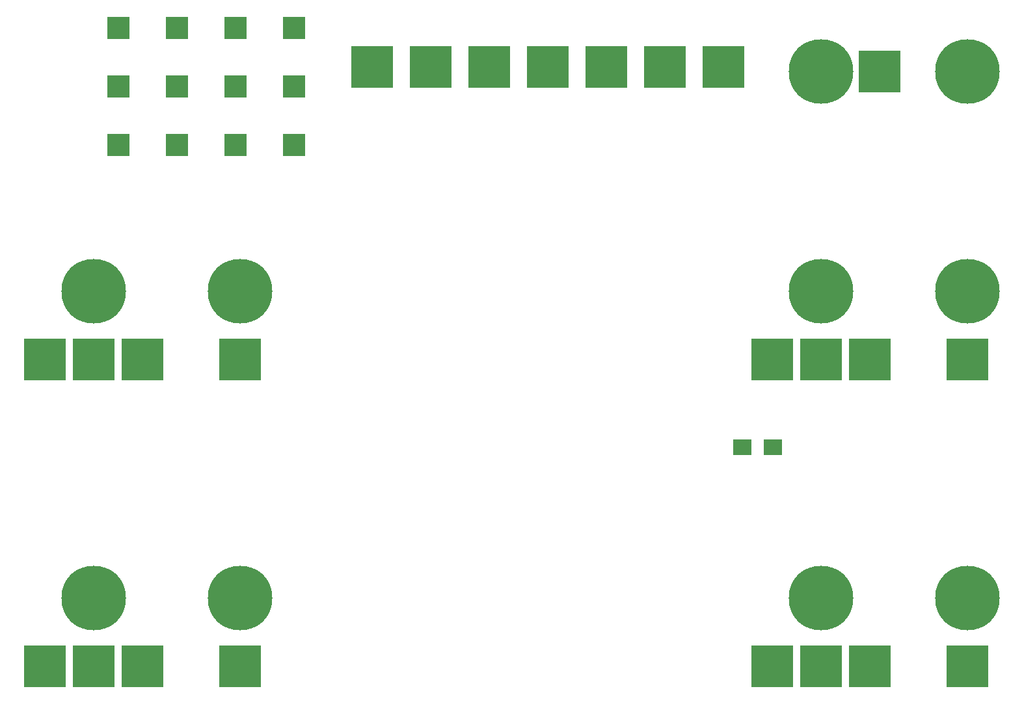
<source format=gbs>
G04 #@! TF.FileFunction,Soldermask,Bot*
%FSLAX46Y46*%
G04 Gerber Fmt 4.6, Leading zero omitted, Abs format (unit mm)*
G04 Created by KiCad (PCBNEW 4.0.7) date 03/24/20 22:25:04*
%MOMM*%
%LPD*%
G01*
G04 APERTURE LIST*
%ADD10C,0.100000*%
%ADD11R,2.900000X2.900000*%
%ADD12R,2.400000X2.100000*%
%ADD13R,5.400000X5.400000*%
%ADD14C,8.400000*%
G04 APERTURE END LIST*
D10*
D11*
X163703000Y-38989000D03*
X171323000Y-38989000D03*
X148463000Y-31369000D03*
X163703000Y-31369000D03*
X156083000Y-38989000D03*
X148463000Y-38989000D03*
X156083000Y-46609000D03*
D12*
X229648000Y-85979000D03*
X233648000Y-85979000D03*
D11*
X171323000Y-31369000D03*
X156083000Y-31369000D03*
X171323000Y-46609000D03*
X163703000Y-46609000D03*
X148463000Y-46609000D03*
D13*
X181483000Y-36449000D03*
X189103000Y-36449000D03*
X204343000Y-36449000D03*
X227203000Y-36449000D03*
X211963000Y-36449000D03*
X196723000Y-36449000D03*
X233553000Y-114554000D03*
X239903000Y-114554000D03*
X246253000Y-114554000D03*
D14*
X239903000Y-105664000D03*
X145288000Y-65659000D03*
D13*
X138938000Y-74549000D03*
X145288000Y-74549000D03*
X151638000Y-74549000D03*
X233553000Y-74549000D03*
X239903000Y-74549000D03*
X246253000Y-74549000D03*
X164338000Y-74549000D03*
X145288000Y-114554000D03*
X151638000Y-114554000D03*
D14*
X239903000Y-65659000D03*
X145288000Y-105664000D03*
D13*
X138938000Y-114554000D03*
D14*
X164338000Y-65659000D03*
X164338000Y-105664000D03*
X258953000Y-105664000D03*
X258953000Y-65659000D03*
D13*
X164338000Y-114554000D03*
X219583000Y-36449000D03*
X258953000Y-74549000D03*
X258953000Y-114554000D03*
D14*
X239903000Y-37084000D03*
X258953000Y-37084000D03*
D13*
X247523000Y-37084000D03*
M02*

</source>
